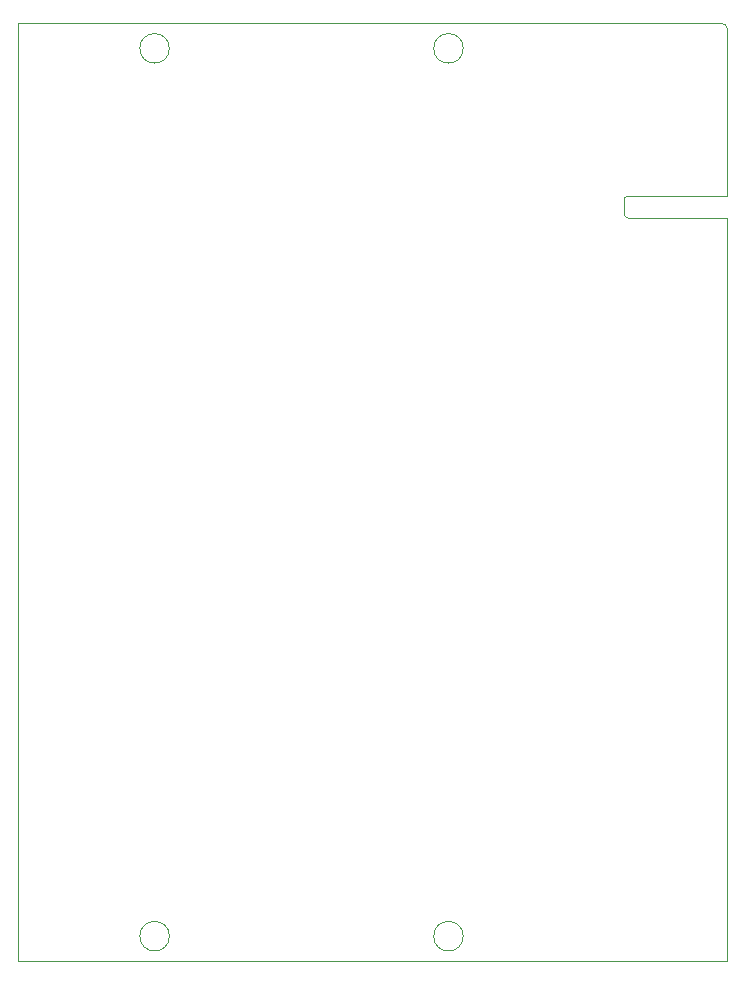
<source format=gbr>
%TF.GenerationSoftware,KiCad,Pcbnew,9.0.5*%
%TF.CreationDate,2025-12-03T10:09:40+00:00*%
%TF.ProjectId,ZX Interface,5a582049-6e74-4657-9266-6163652e6b69,3.2*%
%TF.SameCoordinates,Original*%
%TF.FileFunction,Profile,NP*%
%FSLAX46Y46*%
G04 Gerber Fmt 4.6, Leading zero omitted, Abs format (unit mm)*
G04 Created by KiCad (PCBNEW 9.0.5) date 2025-12-03 10:09:40*
%MOMM*%
%LPD*%
G01*
G04 APERTURE LIST*
%TA.AperFunction,Profile*%
%ADD10C,0.050000*%
%TD*%
G04 APERTURE END LIST*
D10*
X114400000Y-140880000D02*
G75*
G02*
X111900000Y-140880000I-1250000J0D01*
G01*
X136770000Y-80050000D02*
X136770000Y-143000000D01*
X136770000Y-80050000D02*
X128340000Y-80050000D01*
X111900000Y-140880000D02*
G75*
G02*
X114400000Y-140880000I1250000J0D01*
G01*
X136280000Y-63590000D02*
G75*
G02*
X136770000Y-64080000I0J-490000D01*
G01*
X136770000Y-78210000D02*
X128340000Y-78210000D01*
X111900000Y-65710000D02*
G75*
G02*
X114400000Y-65710000I1250000J0D01*
G01*
X128002141Y-78551791D02*
G75*
G02*
X128342141Y-78211841I339959J-9D01*
G01*
X76710000Y-63590000D02*
X136280000Y-63590000D01*
X128336675Y-80054450D02*
G75*
G02*
X127996745Y-79714445I24225J364150D01*
G01*
X136770000Y-64080000D02*
X136770000Y-78210000D01*
X87020000Y-140880000D02*
G75*
G02*
X89520000Y-140880000I1250000J0D01*
G01*
X89520000Y-140880000D02*
G75*
G02*
X87020000Y-140880000I-1250000J0D01*
G01*
X128000000Y-78550000D02*
X128000000Y-79710000D01*
X136770000Y-143000000D02*
X76710000Y-143000000D01*
X76710000Y-143000000D02*
X76710000Y-63590000D01*
X89520000Y-65710000D02*
G75*
G02*
X87020000Y-65710000I-1250000J0D01*
G01*
X87020000Y-65710000D02*
G75*
G02*
X89520000Y-65710000I1250000J0D01*
G01*
X114400000Y-65710000D02*
G75*
G02*
X111900000Y-65710000I-1250000J0D01*
G01*
M02*

</source>
